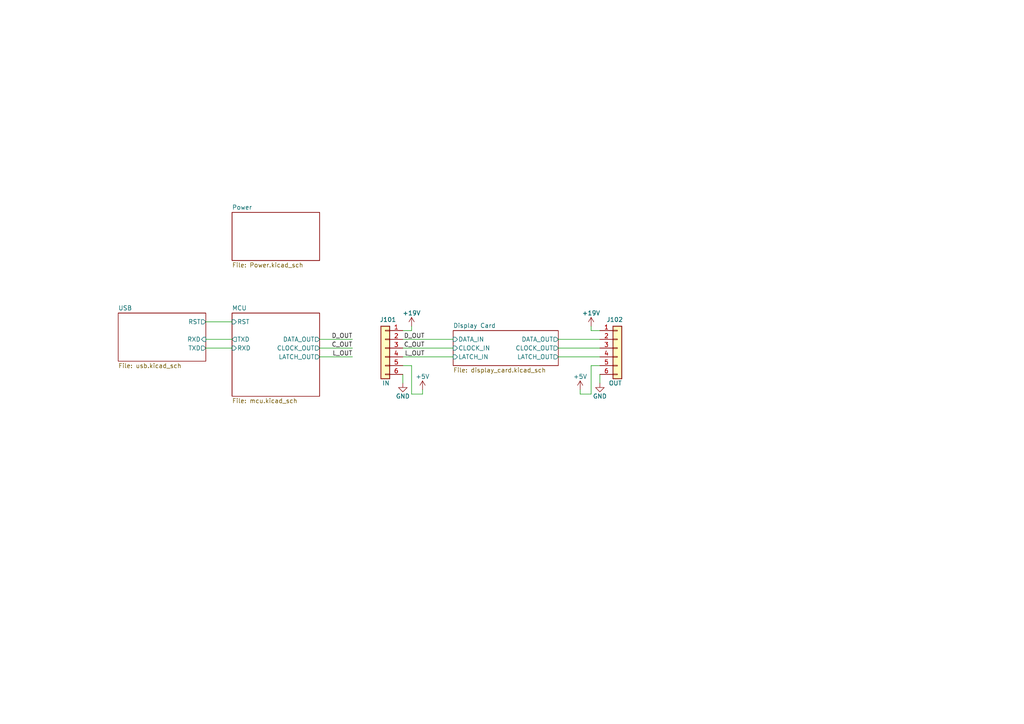
<source format=kicad_sch>
(kicad_sch (version 20211123) (generator eeschema)
  (paper "A4")
  (title_block (title "Days Without Incident Sign") (date "2022-06-24") (rev "${REVISION}") (company "FRC 1721") (comment 4 "Release: ${FULL_REVISION}"))
  (lib_symbols
    (symbol "Connector_Generic:Conn_01x06" (pin_names (offset 1.016) hide)
      (property "Reference" "J" (at 0 7.62 0))
      (property "Value" "Conn_01x06" (at 0 -10.16 0))
      (symbol "Conn_01x06_1_1"
        (rectangle (start -1.27 -7.493) (end 0 -7.747) (stroke (width 0.1524)))
        (rectangle (start -1.27 -4.953) (end 0 -5.207) (stroke (width 0.1524)))
        (rectangle (start -1.27 -2.413) (end 0 -2.667) (stroke (width 0.1524)))
        (rectangle (start -1.27 0.127) (end 0 -0.127) (stroke (width 0.1524)))
        (rectangle (start -1.27 2.667) (end 0 2.413) (stroke (width 0.1524)))
        (rectangle (start -1.27 5.207) (end 0 4.953) (stroke (width 0.1524)))
        (rectangle (start -1.27 6.35) (end 1.27 -8.89) (stroke (width 0.254)) (fill (type background)))
        (pin passive line (at -5.08 5.08 0) (length 3.81) (name "Pin_1") (number "1"))
        (pin passive line (at -5.08 2.54 0) (length 3.81) (name "Pin_2") (number "2"))
        (pin passive line (at -5.08 0 0) (length 3.81) (name "Pin_3") (number "3"))
        (pin passive line (at -5.08 -2.54 0) (length 3.81) (name "Pin_4") (number "4"))
        (pin passive line (at -5.08 -5.08 0) (length 3.81) (name "Pin_5") (number "5"))
        (pin passive line (at -5.08 -7.62 0) (length 3.81) (name "Pin_6") (number "6"))
      )
    )
    (symbol "KenwoodFox:+19V" (power) (pin_names (offset 0))
      (property "Value" "+19V" (at 0 3.556 0))
      (symbol "+19V_0_1"
        (polyline (pts (xy -0.762 1.27) (xy 0 2.54)))
        (polyline (pts (xy 0 0) (xy 0 2.54)))
        (polyline (pts (xy 0 2.54) (xy 0.762 1.27)))
      )
      (symbol "+19V_1_1"
        (pin power_in line (at 0 0 90) (length 0) hide (name "+19V") (number "1"))
      )
    )
    (symbol "power:+5V" (power) (pin_names (offset 0))
      (property "Value" "+5V" (at 0 3.556 0))
      (symbol "+5V_0_1"
        (polyline (pts (xy -0.762 1.27) (xy 0 2.54)))
        (polyline (pts (xy 0 0) (xy 0 2.54)))
        (polyline (pts (xy 0 2.54) (xy 0.762 1.27)))
      )
      (symbol "+5V_1_1"
        (pin power_in line (at 0 0 90) (length 0) hide (name "+5V") (number "1"))
      )
    )
    (symbol "power:GND" (power) (pin_names (offset 0))
      (property "Value" "GND" (at 0 -3.81 0))
      (symbol "GND_0_1"
        (polyline (pts (xy 0 0) (xy 0 -1.27) (xy 1.27 -1.27) (xy 0 -2.54) (xy -1.27 -1.27) (xy 0 -1.27)))
      )
      (symbol "GND_1_1"
        (pin power_in line (at 0 0 270) (length 0) hide (name "GND") (number "1"))
      )
    )
  )
  (wire (pts (xy 161.925 100.965) (xy 173.99 100.965)))
  (wire (pts (xy 161.925 103.505) (xy 173.99 103.505)))
  (wire (pts (xy 119.38 106.045) (xy 116.84 106.045)))
  (wire (pts (xy 92.71 103.505) (xy 102.235 103.505)))
  (wire (pts (xy 173.99 108.585) (xy 173.99 111.125)))
  (wire (pts (xy 116.84 103.505) (xy 131.445 103.505)))
  (wire (pts (xy 171.45 95.885) (xy 173.99 95.885)))
  (wire (pts (xy 116.84 100.965) (xy 131.445 100.965)))
  (wire (pts (xy 161.925 98.425) (xy 173.99 98.425)))
  (wire (pts (xy 171.45 106.045) (xy 173.99 106.045)))
  (wire (pts (xy 92.71 98.425) (xy 102.235 98.425)))
  (wire (pts (xy 122.555 113.03) (xy 122.555 114.3)))
  (wire (pts (xy 171.45 94.615) (xy 171.45 95.885)))
  (wire (pts (xy 119.38 114.3) (xy 122.555 114.3)))
  (wire (pts (xy 116.84 95.885) (xy 119.38 95.885)))
  (wire (pts (xy 59.69 93.345) (xy 67.31 93.345)))
  (wire (pts (xy 92.71 100.965) (xy 102.235 100.965)))
  (wire (pts (xy 119.38 94.615) (xy 119.38 95.885)))
  (wire (pts (xy 116.84 98.425) (xy 131.445 98.425)))
  (wire (pts (xy 59.69 100.965) (xy 67.31 100.965)))
  (wire (pts (xy 171.45 106.045) (xy 171.45 114.3)))
  (wire (pts (xy 59.69 98.425) (xy 67.31 98.425)))
  (wire (pts (xy 168.275 114.3) (xy 168.275 113.03)))
  (wire (pts (xy 116.84 108.585) (xy 116.84 111.125)))
  (wire (pts (xy 119.38 106.045) (xy 119.38 114.3)))
  (wire (pts (xy 171.45 114.3) (xy 168.275 114.3)))
  (label "C_OUT" (at 123.19 100.965 180))
  (label "L_OUT" (at 123.19 103.505 180))
  (label "D_OUT" (at 102.235 98.425 180))
  (label "L_OUT" (at 102.235 103.505 180))
  (label "D_OUT" (at 123.19 98.425 180))
  (label "C_OUT" (at 102.235 100.965 180))
  (symbol (lib_id "power:+5V") (at 122.555 113.03 0) (mirror y) (unit 1)
    (property "Reference" "#PWR0103" (effects hide))
    (property "Value" "+5V" (at 122.555 109.22 0))
  )
  (symbol (lib_id "Connector_Generic:Conn_01x06") (at 179.07 100.965 0) (unit 1)
    (property "Reference" "J102" (at 175.895 92.71 0) (effects (justify left)))
    (property "Value" "OUT" (at 176.53 111.125 0) (effects (justify left)))
    (property "Footprint" "Connector_PinSocket_2.54mm:PinSocket_1x06_P2.54mm_Vertical" (effects hide))
  )
  (symbol (lib_id "KenwoodFox:+19V") (at 171.45 94.615 0) (unit 1)
    (property "Reference" "#PWR0105" (effects hide))
    (property "Value" "+19V" (at 171.45 90.805 0))
  )
  (symbol (lib_id "power:GND") (at 173.99 111.125 0) (unit 1)
    (property "Reference" "#PWR0106" (effects hide))
    (property "Value" "GND" (at 173.99 114.935 0))
  )
  (symbol (lib_id "power:+5V") (at 168.275 113.03 0) (unit 1)
    (property "Reference" "#PWR0104" (effects hide))
    (property "Value" "+5V" (at 168.275 109.22 0))
  )
  (symbol (lib_id "Connector_Generic:Conn_01x06") (at 111.76 100.965 0) (mirror y) (unit 1)
    (property "Reference" "J101" (at 114.935 92.71 0) (effects (justify left)))
    (property "Value" "IN" (at 113.03 111.125 0) (effects (justify left)))
    (property "Footprint" "Connector_PinSocket_2.54mm:PinSocket_1x06_P2.54mm_Vertical" (effects hide))
  )
  (symbol (lib_id "power:GND") (at 116.84 111.125 0) (mirror y) (unit 1)
    (property "Reference" "#PWR0101" (effects hide))
    (property "Value" "GND" (at 116.84 114.935 0))
  )
  (symbol (lib_id "KenwoodFox:+19V") (at 119.38 94.615 0) (mirror y) (unit 1)
    (property "Reference" "#PWR0102" (effects hide))
    (property "Value" "+19V" (at 119.38 90.805 0))
  )
  (sheet (at 67.31 90.805) (size 25.4 24.13) (stroke (width 0.1524))
    (property "Sheet name" "MCU" (at 67.31 90.0934 0) (effects (justify left bottom)))
    (property "Sheet file" "mcu.kicad_sch" (at 67.31 115.5196 0) (effects (justify left top)))
    (pin "RST" input (at 67.31 93.345 180))
    (pin "TXD" output (at 67.31 98.425 180))
    (pin "RXD" input (at 67.31 100.965 180))
    (pin "DATA_OUT" output (at 92.71 98.425 0))
    (pin "CLOCK_OUT" output (at 92.71 100.965 0))
    (pin "LATCH_OUT" output (at 92.71 103.505 0))
  )
  (sheet (at 34.29 90.805) (size 25.4 13.97) (stroke (width 0.1524))
    (property "Sheet name" "USB" (at 34.29 90.0934 0) (effects (justify left bottom)))
    (property "Sheet file" "usb.kicad_sch" (at 34.29 105.3596 0) (effects (justify left top)))
    (pin "RST" output (at 59.69 93.345 0))
    (pin "RXD" input (at 59.69 98.425 0))
    (pin "TXD" output (at 59.69 100.965 0))
  )
  (sheet (at 67.31 61.595) (size 25.4 13.97) (stroke (width 0.1524))
    (property "Sheet name" "Power" (at 67.31 60.8834 0) (effects (justify left bottom)))
    (property "Sheet file" "Power.kicad_sch" (at 67.31 76.1496 0) (effects (justify left top)))
  )
  (sheet (at 131.445 95.885) (size 30.48 10.16) (stroke (width 0.1524))
    (property "Sheet name" "Display Card" (at 131.445 95.1734 0) (effects (justify left bottom)))
    (property "Sheet file" "display_card.kicad_sch" (at 131.445 106.6296 0) (effects (justify left top)))
    (pin "LATCH_IN" input (at 131.445 103.505 180))
    (pin "CLOCK_IN" input (at 131.445 100.965 180))
    (pin "DATA_IN" input (at 131.445 98.425 180))
    (pin "LATCH_OUT" output (at 161.925 103.505 0))
    (pin "DATA_OUT" output (at 161.925 98.425 0))
    (pin "CLOCK_OUT" output (at 161.925 100.965 0))
  )
)
</source>
